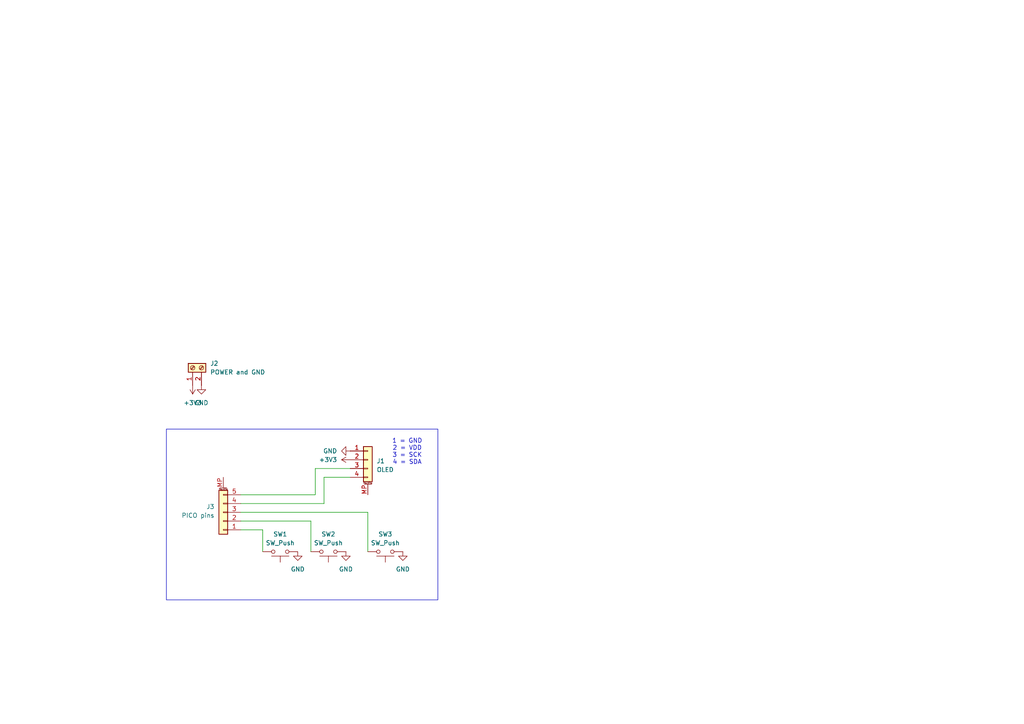
<source format=kicad_sch>
(kicad_sch (version 20231120) (generator "eeschema") (generator_version "8.0")
  (paper "A4")
  (lib_symbols
    (symbol "Connector:Screw_Terminal_01x02" (pin_names (offset 1.016) hide)
      (property "Reference" "J" (at 0 2.54 0))
      (property "Value" "Screw_Terminal_01x02" (at 0 -5.08 0))
      (symbol "Screw_Terminal_01x02_1_1"
        (rectangle (start -1.27 1.27) (end 1.27 -3.81) (stroke (width 0.254)) (fill (type background)))
        (circle (center 0 -2.54) (radius 0.635) (stroke (width 0.1524)))
        (polyline (pts (xy -0.5334 -2.2098) (xy 0.3302 -3.048)) (stroke (width 0.1524)))
        (polyline (pts (xy -0.5334 0.3302) (xy 0.3302 -0.508)) (stroke (width 0.1524)))
        (polyline (pts (xy -0.3556 -2.032) (xy 0.508 -2.8702)) (stroke (width 0.1524)))
        (polyline (pts (xy -0.3556 0.508) (xy 0.508 -0.3302)) (stroke (width 0.1524)))
        (circle (center 0 0) (radius 0.635) (stroke (width 0.1524)))
        (pin passive line (at -5.08 0 0) (length 3.81) (name "Pin_1") (number "1"))
        (pin passive line (at -5.08 -2.54 0) (length 3.81) (name "Pin_2") (number "2"))
      )
    )
    (symbol "Connector_Generic_MountingPin:Conn_01x04_MountingPin" (pin_names (offset 1.016) hide)
      (property "Reference" "J1" (at 2.54 -0.3555 0))
      (property "Value" "Conn_01x04_MountingPin" (at 2.54 -2.8955 0))
      (symbol "Conn_01x04_MountingPin_1_1"
        (rectangle (start -1.27 -4.953) (end 0 -5.207) (stroke (width 0.1524)))
        (rectangle (start -1.27 -2.413) (end 0 -2.667) (stroke (width 0.1524)))
        (rectangle (start -1.27 0.127) (end 0 -0.127) (stroke (width 0.1524)))
        (rectangle (start -1.27 2.667) (end 0 2.413) (stroke (width 0.1524)))
        (rectangle (start -1.27 3.81) (end 1.27 -6.35) (stroke (width 0.254)) (fill (type background)))
        (polyline (pts (xy -1.016 -7.112) (xy 1.016 -7.112)) (stroke (width 0.1524)))
        (text "Mounting" (at 0 -6.731 0) (effects (font (size 0.381 0.381))))
        (pin passive line (at -5.08 2.54 0) (length 3.81) (name "GND") (number "1"))
        (pin passive line (at -5.08 0 0) (length 3.81) (name "VDD") (number "2"))
        (pin passive line (at -5.08 -2.54 0) (length 3.81) (name "SCK") (number "3"))
        (pin passive line (at -5.08 -5.08 0) (length 3.81) (name "SDA") (number "4"))
        (pin passive line (at 0 -10.16 90) (length 3.048) (name "MountPin") (number "MP"))
      )
    )
    (symbol "Connector_Generic_MountingPin:Conn_01x05_MountingPin" (pin_names (offset 1.016) hide)
      (property "Reference" "J" (at 0 7.62 0))
      (property "Value" "Conn_01x05_MountingPin" (at 1.27 -7.62 0))
      (symbol "Conn_01x05_MountingPin_1_1"
        (rectangle (start -1.27 -4.953) (end 0 -5.207) (stroke (width 0.1524)))
        (rectangle (start -1.27 -2.413) (end 0 -2.667) (stroke (width 0.1524)))
        (rectangle (start -1.27 0.127) (end 0 -0.127) (stroke (width 0.1524)))
        (rectangle (start -1.27 2.667) (end 0 2.413) (stroke (width 0.1524)))
        (rectangle (start -1.27 5.207) (end 0 4.953) (stroke (width 0.1524)))
        (rectangle (start -1.27 6.35) (end 1.27 -6.35) (stroke (width 0.254)) (fill (type background)))
        (polyline (pts (xy -1.016 -7.112) (xy 1.016 -7.112)) (stroke (width 0.1524)))
        (text "Mounting" (at 0 -6.731 0) (effects (font (size 0.381 0.381))))
        (pin passive line (at -5.08 5.08 0) (length 3.81) (name "Pin_1") (number "1"))
        (pin passive line (at -5.08 2.54 0) (length 3.81) (name "Pin_2") (number "2"))
        (pin passive line (at -5.08 0 0) (length 3.81) (name "Pin_3") (number "3"))
        (pin passive line (at -5.08 -2.54 0) (length 3.81) (name "Pin_4") (number "4"))
        (pin passive line (at -5.08 -5.08 0) (length 3.81) (name "Pin_5") (number "5"))
        (pin passive line (at 0 -10.16 90) (length 3.048) (name "MountPin") (number "MP"))
      )
    )
    (symbol "Switch:SW_Push" (pin_numbers hide) (pin_names (offset 1.016) hide)
      (property "Reference" "SW" (at 1.27 2.54 0))
      (property "Value" "SW_Push" (at 0 -1.524 0))
      (symbol "SW_Push_0_1"
        (circle (center -2.032 0) (radius 0.508))
        (polyline (pts (xy 0 1.27) (xy 0 3.048)))
        (polyline (pts (xy 2.54 1.27) (xy -2.54 1.27)))
        (circle (center 2.032 0) (radius 0.508))
        (pin passive line (at -5.08 0 0) (length 2.54) (name "1") (number "1"))
        (pin passive line (at 5.08 0 180) (length 2.54) (name "2") (number "2"))
      )
    )
    (symbol "power:+3V3" (power) (pin_numbers hide) (pin_names (offset 0) hide)
      (property "Value" "+3V3" (at 0 3.556 0))
      (symbol "+3V3_0_1"
        (polyline (pts (xy -0.762 1.27) (xy 0 2.54)))
        (polyline (pts (xy 0 0) (xy 0 2.54)))
        (polyline (pts (xy 0 2.54) (xy 0.762 1.27)))
      )
      (symbol "+3V3_1_1"
        (pin power_in line (at 0 0 90) (length 0) (name "~") (number "1"))
      )
    )
    (symbol "power:GND" (power) (pin_numbers hide) (pin_names (offset 0) hide)
      (property "Value" "GND" (at 0 -3.81 0))
      (symbol "GND_0_1"
        (polyline (pts (xy 0 0) (xy 0 -1.27) (xy 1.27 -1.27) (xy 0 -2.54) (xy -1.27 -1.27) (xy 0 -1.27)))
      )
      (symbol "GND_1_1"
        (pin power_in line (at 0 0 270) (length 0) (name "~") (number "1"))
      )
    )
  )
  (wire (pts (xy 76.2 153.67) (xy 76.2 160.02)))
  (wire (pts (xy 93.98 138.43) (xy 93.98 146.05)))
  (wire (pts (xy 69.85 148.59) (xy 106.68 148.59)))
  (wire (pts (xy 90.17 151.13) (xy 90.17 160.02)))
  (wire (pts (xy 69.85 151.13) (xy 90.17 151.13)))
  (wire (pts (xy 93.98 146.05) (xy 69.85 146.05)))
  (wire (pts (xy 69.85 153.67) (xy 76.2 153.67)))
  (wire (pts (xy 91.44 143.51) (xy 91.44 135.89)))
  (wire (pts (xy 69.85 143.51) (xy 91.44 143.51)))
  (wire (pts (xy 101.6 138.43) (xy 93.98 138.43)))
  (wire (pts (xy 91.44 135.89) (xy 101.6 135.89)))
  (wire (pts (xy 106.68 148.59) (xy 106.68 160.02)))
  (rectangle (start 48.26 124.46) (end 127 173.99))
  (text "1 = GND\n2 = VDD\n3 = SCK\n4 = SDA" (at 118.11 131.064 0) (effects (font (size 1.27 1.27))))
  (symbol (lib_id "power:GND") (at 101.6 130.81 270) (unit 1)
    (property "Reference" "#PWR03" (effects (hide yes)))
    (property "Value" "GND" (at 97.79 130.8099 90) (effects (justify right)))
    (property "Description" "Power symbol creates a global label with name \"GND\" , ground" (effects (hide yes)))
  )
  (symbol (lib_id "Connector_Generic_MountingPin:Conn_01x04_MountingPin") (at 106.68 133.35 0) (unit 1)
    (property "Reference" "J1" (at 109.22 133.7055 0) (effects (justify left)))
    (property "Value" "OLED" (at 109.22 136.2455 0) (effects (justify left)))
    (property "Footprint" "Connector_PinSocket_2.54mm:PinSocket_1x04_P2.54mm_Vertical" (effects (hide yes)))
    (property "Description" "Generic connectable mounting pin connector, single row, 01x04, script generated (kicad-library-utils/schlib/autogen/connector/)" (effects (hide yes)))
  )
  (symbol (lib_id "Switch:SW_Push") (at 81.28 160.02 180) (unit 1)
    (property "Reference" "SW1" (at 81.28 154.94 0))
    (property "Value" "SW_Push" (at 81.28 157.48 0))
    (property "Footprint" "Button_Switch_THT:SW_PUSH_6mm_H4.3mm" (effects (hide yes)))
    (property "Description" "Push button switch, generic, two pins" (effects (hide yes)))
  )
  (symbol (lib_id "Connector:Screw_Terminal_01x02") (at 55.88 106.68 90) (unit 1)
    (property "Reference" "J2" (at 60.96 105.4099 90) (effects (justify right)))
    (property "Value" "POWER and GND" (at 60.96 107.9499 90) (effects (justify right)))
    (property "Footprint" "TerminalBlock_Phoenix:TerminalBlock_Phoenix_MKDS-1,5-2_1x02_P5.00mm_Horizontal" (effects (hide yes)))
    (property "Description" "Generic screw terminal, single row, 01x02, script generated (kicad-library-utils/schlib/autogen/connector/)" (effects (hide yes)))
  )
  (symbol (lib_id "power:GND") (at 100.33 160.02 0) (unit 1)
    (property "Reference" "#PWR06" (effects (hide yes)))
    (property "Value" "GND" (at 100.33 165.1 0))
    (property "Description" "Power symbol creates a global label with name \"GND\" , ground" (effects (hide yes)))
  )
  (symbol (lib_id "power:+3V3") (at 55.88 111.76 180) (unit 1)
    (property "Reference" "#PWR01" (effects (hide yes)))
    (property "Value" "+3V3" (at 55.88 116.84 0))
    (property "Description" "Power symbol creates a global label with name \"+3V3\"" (effects (hide yes)))
  )
  (symbol (lib_id "Switch:SW_Push") (at 95.25 160.02 180) (unit 1)
    (property "Reference" "SW2" (at 95.25 154.94 0))
    (property "Value" "SW_Push" (at 95.25 157.48 0))
    (property "Footprint" "Button_Switch_THT:SW_PUSH_6mm_H4.3mm" (effects (hide yes)))
    (property "Description" "Push button switch, generic, two pins" (effects (hide yes)))
  )
  (symbol (lib_id "Switch:SW_Push") (at 111.76 160.02 180) (unit 1)
    (property "Reference" "SW3" (at 111.76 154.94 0))
    (property "Value" "SW_Push" (at 111.76 157.48 0))
    (property "Footprint" "Button_Switch_THT:SW_PUSH_6mm_H4.3mm" (effects (hide yes)))
    (property "Description" "Push button switch, generic, two pins" (effects (hide yes)))
  )
  (symbol (lib_id "Connector_Generic_MountingPin:Conn_01x05_MountingPin") (at 64.77 148.59 180) (unit 1)
    (property "Reference" "J3" (at 62.23 146.9643 0) (effects (justify left)))
    (property "Value" "PICO pins" (at 62.23 149.5043 0) (effects (justify left)))
    (property "Footprint" "Connector_PinSocket_2.54mm:PinSocket_1x05_P2.54mm_Vertical" (effects (hide yes)))
    (property "Description" "Generic connectable mounting pin connector, single row, 01x05, script generated (kicad-library-utils/schlib/autogen/connector/)" (effects (hide yes)))
  )
  (symbol (lib_id "power:GND") (at 116.84 160.02 0) (unit 1)
    (property "Reference" "#PWR07" (effects (hide yes)))
    (property "Value" "GND" (at 116.84 165.1 0))
    (property "Description" "Power symbol creates a global label with name \"GND\" , ground" (effects (hide yes)))
  )
  (symbol (lib_id "power:GND") (at 58.42 111.76 0) (unit 1)
    (property "Reference" "#PWR02" (effects (hide yes)))
    (property "Value" "GND" (at 58.42 116.84 0))
    (property "Description" "Power symbol creates a global label with name \"GND\" , ground" (effects (hide yes)))
  )
  (symbol (lib_id "power:+3V3") (at 101.6 133.35 90) (unit 1)
    (property "Reference" "#PWR04" (effects (hide yes)))
    (property "Value" "+3V3" (at 97.79 133.3499 90) (effects (justify left)))
    (property "Description" "Power symbol creates a global label with name \"+3V3\"" (effects (hide yes)))
  )
  (symbol (lib_id "power:GND") (at 86.36 160.02 0) (unit 1)
    (property "Reference" "#PWR05" (effects (hide yes)))
    (property "Value" "GND" (at 86.36 165.1 0))
    (property "Description" "Power symbol creates a global label with name \"GND\" , ground" (effects (hide yes)))
  )
)
</source>
